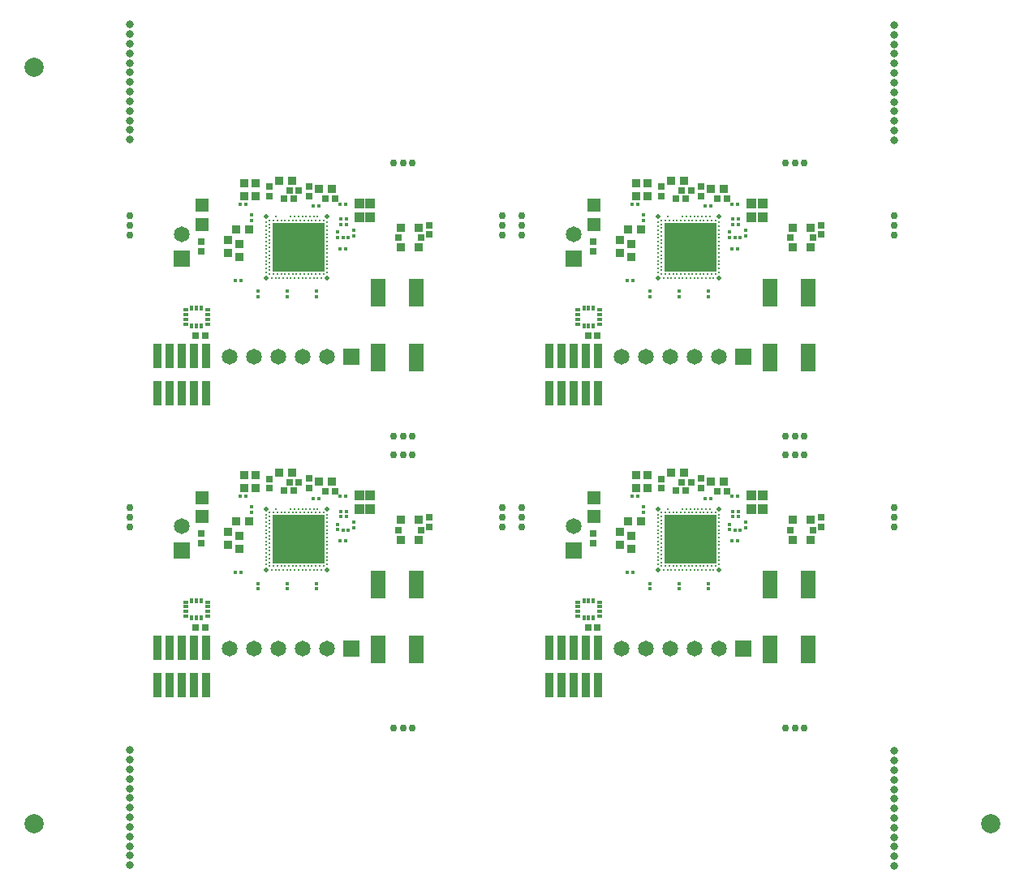
<source format=gts>
G04*
G04 #@! TF.GenerationSoftware,Altium Limited,Altium Designer,24.0.1 (36)*
G04*
G04 Layer_Color=8388736*
%FSLAX24Y24*%
%MOIN*%
G70*
G04*
G04 #@! TF.SameCoordinates,9228D32E-8527-4A6C-AAF6-1CDB9724A3A0*
G04*
G04*
G04 #@! TF.FilePolarity,Negative*
G04*
G01*
G75*
%ADD47C,0.0197*%
%ADD55C,0.0787*%
%ADD56R,0.0359X0.1005*%
%ADD57R,0.0158X0.0247*%
%ADD58R,0.0247X0.0158*%
%ADD59R,0.0572X0.0532*%
%ADD60R,0.0296X0.0257*%
%ADD61R,0.0288X0.0257*%
%ADD62R,0.0375X0.0355*%
%ADD63R,0.0257X0.0296*%
%ADD64R,0.0611X0.1143*%
%ADD65R,0.0256X0.0276*%
%ADD66R,0.0166X0.0178*%
%ADD67R,0.0395X0.0434*%
%ADD68C,0.0128*%
%ADD69R,0.0178X0.0166*%
%ADD70R,0.0157X0.0146*%
%ADD71R,0.0375X0.0355*%
%ADD72R,0.0355X0.0375*%
%ADD73R,0.2165X0.2008*%
%ADD74C,0.0316*%
%ADD75C,0.0296*%
%ADD76R,0.0651X0.0651*%
%ADD77C,0.0651*%
%ADD78R,0.0651X0.0651*%
D47*
X11496Y14921D02*
D03*
Y12402D02*
D03*
X14016D02*
D03*
Y14921D02*
D03*
X27598D02*
D03*
Y12402D02*
D03*
X30118D02*
D03*
Y14921D02*
D03*
X11496Y26929D02*
D03*
Y24409D02*
D03*
X14016D02*
D03*
Y26929D02*
D03*
X27598D02*
D03*
Y24409D02*
D03*
X30118D02*
D03*
Y26929D02*
D03*
D55*
X1969Y33071D02*
D03*
X41260Y1969D02*
D03*
X1969D02*
D03*
D56*
X7031Y9193D02*
D03*
X7531D02*
D03*
X8031D02*
D03*
X8532D02*
D03*
X9032D02*
D03*
X7031Y7657D02*
D03*
X7531D02*
D03*
X8031D02*
D03*
X8532D02*
D03*
X9032D02*
D03*
X23134Y9193D02*
D03*
X23634D02*
D03*
X24134D02*
D03*
X24634D02*
D03*
X25134D02*
D03*
X23134Y7657D02*
D03*
X23634D02*
D03*
X24134D02*
D03*
X24634D02*
D03*
X25134D02*
D03*
X7031Y21201D02*
D03*
X7531D02*
D03*
X8031D02*
D03*
X8532D02*
D03*
X9032D02*
D03*
X7031Y19665D02*
D03*
X7531D02*
D03*
X8031D02*
D03*
X8532D02*
D03*
X9032D02*
D03*
X23134Y21201D02*
D03*
X23634D02*
D03*
X24134D02*
D03*
X24634D02*
D03*
X25134D02*
D03*
X23134Y19665D02*
D03*
X23634D02*
D03*
X24134D02*
D03*
X24634D02*
D03*
X25134D02*
D03*
D57*
X8455Y11152D02*
D03*
X8652D02*
D03*
X8848D02*
D03*
Y10433D02*
D03*
X8652D02*
D03*
X8455D02*
D03*
X24557Y11152D02*
D03*
X24754D02*
D03*
X24951D02*
D03*
Y10433D02*
D03*
X24754D02*
D03*
X24557D02*
D03*
X8455Y23159D02*
D03*
X8652D02*
D03*
X8848D02*
D03*
Y22441D02*
D03*
X8652D02*
D03*
X8455D02*
D03*
X24557Y23159D02*
D03*
X24754D02*
D03*
X24951D02*
D03*
Y22441D02*
D03*
X24754D02*
D03*
X24557D02*
D03*
D58*
X9109Y11088D02*
D03*
Y10891D02*
D03*
Y10694D02*
D03*
Y10497D02*
D03*
X8194D02*
D03*
Y10694D02*
D03*
Y10891D02*
D03*
Y11088D02*
D03*
X25212D02*
D03*
Y10891D02*
D03*
Y10694D02*
D03*
Y10497D02*
D03*
X24296D02*
D03*
Y10694D02*
D03*
Y10891D02*
D03*
Y11088D02*
D03*
X9109Y23095D02*
D03*
Y22899D02*
D03*
Y22702D02*
D03*
Y22505D02*
D03*
X8194D02*
D03*
Y22702D02*
D03*
Y22899D02*
D03*
Y23095D02*
D03*
X25212D02*
D03*
Y22899D02*
D03*
Y22702D02*
D03*
Y22505D02*
D03*
X24296D02*
D03*
Y22702D02*
D03*
Y22899D02*
D03*
Y23095D02*
D03*
D59*
X8868Y14596D02*
D03*
Y15384D02*
D03*
X24970Y14596D02*
D03*
Y15384D02*
D03*
X8868Y26604D02*
D03*
Y27392D02*
D03*
X24970Y26604D02*
D03*
Y27392D02*
D03*
D60*
X9016Y10039D02*
D03*
X8622D02*
D03*
X12854Y16006D02*
D03*
X12461D02*
D03*
X12638Y15671D02*
D03*
X12244D02*
D03*
X14341Y15650D02*
D03*
X13947D02*
D03*
X25118Y10039D02*
D03*
X24724D02*
D03*
X28957Y16006D02*
D03*
X28563D02*
D03*
X28740Y15671D02*
D03*
X28346D02*
D03*
X30443Y15650D02*
D03*
X30049D02*
D03*
X9016Y22047D02*
D03*
X8622D02*
D03*
X12854Y28014D02*
D03*
X12461D02*
D03*
X12638Y27679D02*
D03*
X12244D02*
D03*
X14341Y27657D02*
D03*
X13947D02*
D03*
X25118Y22047D02*
D03*
X24724D02*
D03*
X28957Y28014D02*
D03*
X28563D02*
D03*
X28740Y27679D02*
D03*
X28346D02*
D03*
X30443Y27657D02*
D03*
X30049D02*
D03*
D61*
X17858Y14055D02*
D03*
X16945D02*
D03*
X33961D02*
D03*
X33047D02*
D03*
X17858Y26063D02*
D03*
X16945D02*
D03*
X33961D02*
D03*
X33047D02*
D03*
D62*
X17776Y13652D02*
D03*
Y14459D02*
D03*
X17028D02*
D03*
Y13652D02*
D03*
X33878D02*
D03*
Y14459D02*
D03*
X33130D02*
D03*
Y13652D02*
D03*
X17776Y25659D02*
D03*
Y26467D02*
D03*
X17028D02*
D03*
Y25659D02*
D03*
X33878D02*
D03*
Y26467D02*
D03*
X33130D02*
D03*
Y25659D02*
D03*
D63*
X18199Y14183D02*
D03*
Y14577D02*
D03*
X11634Y16152D02*
D03*
Y15758D02*
D03*
X13258Y16171D02*
D03*
Y15778D02*
D03*
X34301Y14183D02*
D03*
Y14577D02*
D03*
X27736Y16152D02*
D03*
Y15758D02*
D03*
X29360Y16171D02*
D03*
Y15778D02*
D03*
X18199Y26191D02*
D03*
Y26585D02*
D03*
X11634Y28159D02*
D03*
Y27766D02*
D03*
X13258Y28179D02*
D03*
Y27785D02*
D03*
X34301Y26191D02*
D03*
Y26585D02*
D03*
X27736Y28159D02*
D03*
Y27766D02*
D03*
X29360Y28179D02*
D03*
Y27785D02*
D03*
D64*
X17677Y11801D02*
D03*
X16102D02*
D03*
X17677Y9144D02*
D03*
X16102D02*
D03*
X33780Y11801D02*
D03*
X32205D02*
D03*
X33780Y9144D02*
D03*
X32205D02*
D03*
X17677Y23809D02*
D03*
X16102D02*
D03*
X17677Y21152D02*
D03*
X16102D02*
D03*
X33780Y23809D02*
D03*
X32205D02*
D03*
X33780Y21152D02*
D03*
X32205D02*
D03*
D65*
X8848Y13898D02*
D03*
Y13504D02*
D03*
X24951Y13898D02*
D03*
Y13504D02*
D03*
X8848Y25906D02*
D03*
Y25512D02*
D03*
X24951Y25906D02*
D03*
Y25512D02*
D03*
D66*
X10663Y15443D02*
D03*
X10439D02*
D03*
X14661Y14055D02*
D03*
X14886D02*
D03*
X14758Y13612D02*
D03*
X14533D02*
D03*
X10252Y12293D02*
D03*
X10476D02*
D03*
X13663Y15354D02*
D03*
X13439D02*
D03*
X14778Y15423D02*
D03*
X14553D02*
D03*
X26766Y15443D02*
D03*
X26541D02*
D03*
X30764Y14055D02*
D03*
X30988D02*
D03*
X30860Y13612D02*
D03*
X30636D02*
D03*
X26354Y12293D02*
D03*
X26579D02*
D03*
X29765Y15354D02*
D03*
X29541D02*
D03*
X30880Y15423D02*
D03*
X30656D02*
D03*
X10663Y27451D02*
D03*
X10439D02*
D03*
X14661Y26063D02*
D03*
X14886D02*
D03*
X14758Y25620D02*
D03*
X14533D02*
D03*
X10252Y24301D02*
D03*
X10476D02*
D03*
X13663Y27362D02*
D03*
X13439D02*
D03*
X14778Y27431D02*
D03*
X14553D02*
D03*
X26766Y27451D02*
D03*
X26541D02*
D03*
X30764Y26063D02*
D03*
X30988D02*
D03*
X30860Y25620D02*
D03*
X30636D02*
D03*
X26354Y24301D02*
D03*
X26579D02*
D03*
X29765Y27362D02*
D03*
X29541D02*
D03*
X30880Y27431D02*
D03*
X30656D02*
D03*
D67*
X15787Y15464D02*
D03*
X15335Y14893D02*
D03*
X15787D02*
D03*
X15335Y15464D02*
D03*
X31890D02*
D03*
X31437Y14893D02*
D03*
X31890D02*
D03*
X31437Y15464D02*
D03*
X15787Y27472D02*
D03*
X15335Y26901D02*
D03*
X15787D02*
D03*
X15335Y27472D02*
D03*
X31890D02*
D03*
X31437Y26901D02*
D03*
X31890D02*
D03*
X31437Y27472D02*
D03*
D68*
X11811Y14764D02*
D03*
X11654D02*
D03*
X11496Y13898D02*
D03*
Y13740D02*
D03*
Y13425D02*
D03*
Y13268D02*
D03*
X11654Y13504D02*
D03*
Y13346D02*
D03*
Y13189D02*
D03*
Y13032D02*
D03*
Y12717D02*
D03*
X11496Y12638D02*
D03*
X11654Y12559D02*
D03*
X11811D02*
D03*
X11968D02*
D03*
X11890Y12402D02*
D03*
X12126Y12559D02*
D03*
X12283D02*
D03*
X12205Y12402D02*
D03*
X12441Y12559D02*
D03*
X12598D02*
D03*
X12520Y12402D02*
D03*
X12756Y12559D02*
D03*
X12677Y12402D02*
D03*
X12913Y12559D02*
D03*
X13071D02*
D03*
X13622Y12402D02*
D03*
X13701Y12559D02*
D03*
X13780Y12402D02*
D03*
X13858Y12559D02*
D03*
X14016Y12953D02*
D03*
Y13583D02*
D03*
X13386Y14764D02*
D03*
X13228D02*
D03*
X11654Y13976D02*
D03*
Y13819D02*
D03*
X11496Y12953D02*
D03*
X11654Y12874D02*
D03*
X12992Y12402D02*
D03*
X13228Y12559D02*
D03*
X13150Y12402D02*
D03*
X13386Y12559D02*
D03*
X13307Y12402D02*
D03*
X13543Y12559D02*
D03*
X14016Y13740D02*
D03*
X13071Y14764D02*
D03*
X12913D02*
D03*
X12835Y14921D02*
D03*
X12756Y14764D02*
D03*
X12598D02*
D03*
X14016Y13425D02*
D03*
Y13268D02*
D03*
Y14685D02*
D03*
X13858Y14764D02*
D03*
X13622Y14921D02*
D03*
X13465Y12402D02*
D03*
X12835D02*
D03*
X12362D02*
D03*
X12047D02*
D03*
X11732D02*
D03*
X11496Y12795D02*
D03*
X14016Y13110D02*
D03*
X11496D02*
D03*
Y13583D02*
D03*
X11654Y13661D02*
D03*
X14016Y13898D02*
D03*
Y14055D02*
D03*
X11496D02*
D03*
X11654Y14134D02*
D03*
X14016Y14213D02*
D03*
X11496D02*
D03*
X11654Y14291D02*
D03*
X14016Y14370D02*
D03*
X11496D02*
D03*
X11654Y14449D02*
D03*
X14016Y14528D02*
D03*
X11496D02*
D03*
X11654Y14606D02*
D03*
X11496Y14685D02*
D03*
X12441Y14764D02*
D03*
X12283D02*
D03*
X12126D02*
D03*
X11968D02*
D03*
X13465Y14921D02*
D03*
X13307D02*
D03*
X13150D02*
D03*
X12992D02*
D03*
X12677D02*
D03*
X12520D02*
D03*
X11890D02*
D03*
X13543Y14764D02*
D03*
X13701D02*
D03*
X14016Y12795D02*
D03*
Y12638D02*
D03*
X27913Y14764D02*
D03*
X27756D02*
D03*
X27598Y13898D02*
D03*
Y13740D02*
D03*
Y13425D02*
D03*
Y13268D02*
D03*
X27756Y13504D02*
D03*
Y13346D02*
D03*
Y13189D02*
D03*
Y13032D02*
D03*
Y12717D02*
D03*
X27598Y12638D02*
D03*
X27756Y12559D02*
D03*
X27913D02*
D03*
X28071D02*
D03*
X27992Y12402D02*
D03*
X28228Y12559D02*
D03*
X28386D02*
D03*
X28307Y12402D02*
D03*
X28543Y12559D02*
D03*
X28701D02*
D03*
X28622Y12402D02*
D03*
X28858Y12559D02*
D03*
X28780Y12402D02*
D03*
X29016Y12559D02*
D03*
X29173D02*
D03*
X29724Y12402D02*
D03*
X29803Y12559D02*
D03*
X29882Y12402D02*
D03*
X29961Y12559D02*
D03*
X30118Y12953D02*
D03*
Y13583D02*
D03*
X29488Y14764D02*
D03*
X29331D02*
D03*
X27756Y13976D02*
D03*
Y13819D02*
D03*
X27598Y12953D02*
D03*
X27756Y12874D02*
D03*
X29094Y12402D02*
D03*
X29331Y12559D02*
D03*
X29252Y12402D02*
D03*
X29488Y12559D02*
D03*
X29409Y12402D02*
D03*
X29646Y12559D02*
D03*
X30118Y13740D02*
D03*
X29173Y14764D02*
D03*
X29016D02*
D03*
X28937Y14921D02*
D03*
X28858Y14764D02*
D03*
X28701D02*
D03*
X30118Y13425D02*
D03*
Y13268D02*
D03*
Y14685D02*
D03*
X29961Y14764D02*
D03*
X29724Y14921D02*
D03*
X29567Y12402D02*
D03*
X28937D02*
D03*
X28465D02*
D03*
X28150D02*
D03*
X27835D02*
D03*
X27598Y12795D02*
D03*
X30118Y13110D02*
D03*
X27598D02*
D03*
Y13583D02*
D03*
X27756Y13661D02*
D03*
X30118Y13898D02*
D03*
Y14055D02*
D03*
X27598D02*
D03*
X27756Y14134D02*
D03*
X30118Y14213D02*
D03*
X27598D02*
D03*
X27756Y14291D02*
D03*
X30118Y14370D02*
D03*
X27598D02*
D03*
X27756Y14449D02*
D03*
X30118Y14528D02*
D03*
X27598D02*
D03*
X27756Y14606D02*
D03*
X27598Y14685D02*
D03*
X28543Y14764D02*
D03*
X28386D02*
D03*
X28228D02*
D03*
X28071D02*
D03*
X29567Y14921D02*
D03*
X29409D02*
D03*
X29252D02*
D03*
X29094D02*
D03*
X28780D02*
D03*
X28622D02*
D03*
X27992D02*
D03*
X29646Y14764D02*
D03*
X29803D02*
D03*
X30118Y12795D02*
D03*
Y12638D02*
D03*
X11811Y26772D02*
D03*
X11654D02*
D03*
X11496Y25906D02*
D03*
Y25748D02*
D03*
Y25433D02*
D03*
Y25276D02*
D03*
X11654Y25512D02*
D03*
Y25354D02*
D03*
Y25197D02*
D03*
Y25039D02*
D03*
Y24724D02*
D03*
X11496Y24646D02*
D03*
X11654Y24567D02*
D03*
X11811D02*
D03*
X11968D02*
D03*
X11890Y24409D02*
D03*
X12126Y24567D02*
D03*
X12283D02*
D03*
X12205Y24409D02*
D03*
X12441Y24567D02*
D03*
X12598D02*
D03*
X12520Y24409D02*
D03*
X12756Y24567D02*
D03*
X12677Y24409D02*
D03*
X12913Y24567D02*
D03*
X13071D02*
D03*
X13622Y24409D02*
D03*
X13701Y24567D02*
D03*
X13780Y24409D02*
D03*
X13858Y24567D02*
D03*
X14016Y24961D02*
D03*
Y25591D02*
D03*
X13386Y26772D02*
D03*
X13228D02*
D03*
X11654Y25984D02*
D03*
Y25827D02*
D03*
X11496Y24961D02*
D03*
X11654Y24882D02*
D03*
X12992Y24409D02*
D03*
X13228Y24567D02*
D03*
X13150Y24409D02*
D03*
X13386Y24567D02*
D03*
X13307Y24409D02*
D03*
X13543Y24567D02*
D03*
X14016Y25748D02*
D03*
X13071Y26772D02*
D03*
X12913D02*
D03*
X12835Y26929D02*
D03*
X12756Y26772D02*
D03*
X12598D02*
D03*
X14016Y25433D02*
D03*
Y25276D02*
D03*
Y26693D02*
D03*
X13858Y26772D02*
D03*
X13622Y26929D02*
D03*
X13465Y24409D02*
D03*
X12835D02*
D03*
X12362D02*
D03*
X12047D02*
D03*
X11732D02*
D03*
X11496Y24803D02*
D03*
X14016Y25118D02*
D03*
X11496D02*
D03*
Y25591D02*
D03*
X11654Y25669D02*
D03*
X14016Y25906D02*
D03*
Y26063D02*
D03*
X11496D02*
D03*
X11654Y26142D02*
D03*
X14016Y26220D02*
D03*
X11496D02*
D03*
X11654Y26299D02*
D03*
X14016Y26378D02*
D03*
X11496D02*
D03*
X11654Y26457D02*
D03*
X14016Y26535D02*
D03*
X11496D02*
D03*
X11654Y26614D02*
D03*
X11496Y26693D02*
D03*
X12441Y26772D02*
D03*
X12283D02*
D03*
X12126D02*
D03*
X11968D02*
D03*
X13465Y26929D02*
D03*
X13307D02*
D03*
X13150D02*
D03*
X12992D02*
D03*
X12677D02*
D03*
X12520D02*
D03*
X11890D02*
D03*
X13543Y26772D02*
D03*
X13701D02*
D03*
X14016Y24803D02*
D03*
Y24646D02*
D03*
X27913Y26772D02*
D03*
X27756D02*
D03*
X27598Y25906D02*
D03*
Y25748D02*
D03*
Y25433D02*
D03*
Y25276D02*
D03*
X27756Y25512D02*
D03*
Y25354D02*
D03*
Y25197D02*
D03*
Y25039D02*
D03*
Y24724D02*
D03*
X27598Y24646D02*
D03*
X27756Y24567D02*
D03*
X27913D02*
D03*
X28071D02*
D03*
X27992Y24409D02*
D03*
X28228Y24567D02*
D03*
X28386D02*
D03*
X28307Y24409D02*
D03*
X28543Y24567D02*
D03*
X28701D02*
D03*
X28622Y24409D02*
D03*
X28858Y24567D02*
D03*
X28780Y24409D02*
D03*
X29016Y24567D02*
D03*
X29173D02*
D03*
X29724Y24409D02*
D03*
X29803Y24567D02*
D03*
X29882Y24409D02*
D03*
X29961Y24567D02*
D03*
X30118Y24961D02*
D03*
Y25591D02*
D03*
X29488Y26772D02*
D03*
X29331D02*
D03*
X27756Y25984D02*
D03*
Y25827D02*
D03*
X27598Y24961D02*
D03*
X27756Y24882D02*
D03*
X29094Y24409D02*
D03*
X29331Y24567D02*
D03*
X29252Y24409D02*
D03*
X29488Y24567D02*
D03*
X29409Y24409D02*
D03*
X29646Y24567D02*
D03*
X30118Y25748D02*
D03*
X29173Y26772D02*
D03*
X29016D02*
D03*
X28937Y26929D02*
D03*
X28858Y26772D02*
D03*
X28701D02*
D03*
X30118Y25433D02*
D03*
Y25276D02*
D03*
Y26693D02*
D03*
X29961Y26772D02*
D03*
X29724Y26929D02*
D03*
X29567Y24409D02*
D03*
X28937D02*
D03*
X28465D02*
D03*
X28150D02*
D03*
X27835D02*
D03*
X27598Y24803D02*
D03*
X30118Y25118D02*
D03*
X27598D02*
D03*
Y25591D02*
D03*
X27756Y25669D02*
D03*
X30118Y25906D02*
D03*
Y26063D02*
D03*
X27598D02*
D03*
X27756Y26142D02*
D03*
X30118Y26220D02*
D03*
X27598D02*
D03*
X27756Y26299D02*
D03*
X30118Y26378D02*
D03*
X27598D02*
D03*
X27756Y26457D02*
D03*
X30118Y26535D02*
D03*
X27598D02*
D03*
X27756Y26614D02*
D03*
X27598Y26693D02*
D03*
X28543Y26772D02*
D03*
X28386D02*
D03*
X28228D02*
D03*
X28071D02*
D03*
X29567Y26929D02*
D03*
X29409D02*
D03*
X29252D02*
D03*
X29094D02*
D03*
X28780D02*
D03*
X28622D02*
D03*
X27992D02*
D03*
X29646Y26772D02*
D03*
X29803D02*
D03*
X30118Y24803D02*
D03*
Y24646D02*
D03*
D69*
X13563Y11630D02*
D03*
Y11854D02*
D03*
X12383D02*
D03*
Y11630D02*
D03*
X11171D02*
D03*
Y11854D02*
D03*
X14803Y14817D02*
D03*
Y14593D02*
D03*
X10906Y14994D02*
D03*
Y14770D02*
D03*
X14587Y14593D02*
D03*
Y14817D02*
D03*
X14449Y14061D02*
D03*
Y14285D02*
D03*
X29665Y11630D02*
D03*
Y11854D02*
D03*
X28485D02*
D03*
Y11630D02*
D03*
X27273D02*
D03*
Y11854D02*
D03*
X30906Y14817D02*
D03*
Y14593D02*
D03*
X27008Y14994D02*
D03*
Y14770D02*
D03*
X30689Y14593D02*
D03*
Y14817D02*
D03*
X30551Y14061D02*
D03*
Y14285D02*
D03*
X13563Y23638D02*
D03*
Y23862D02*
D03*
X12383D02*
D03*
Y23638D02*
D03*
X11171D02*
D03*
Y23862D02*
D03*
X14803Y26825D02*
D03*
Y26600D02*
D03*
X10906Y27002D02*
D03*
Y26778D02*
D03*
X14587Y26600D02*
D03*
Y26825D02*
D03*
X14449Y26069D02*
D03*
Y26293D02*
D03*
X29665Y23638D02*
D03*
Y23862D02*
D03*
X28485D02*
D03*
Y23638D02*
D03*
X27273D02*
D03*
Y23862D02*
D03*
X30906Y26825D02*
D03*
Y26600D02*
D03*
X27008Y27002D02*
D03*
Y26778D02*
D03*
X30689Y26600D02*
D03*
Y26825D02*
D03*
X30551Y26069D02*
D03*
Y26293D02*
D03*
D70*
X15108Y14140D02*
D03*
Y14364D02*
D03*
X31211Y14140D02*
D03*
Y14364D02*
D03*
X15108Y26148D02*
D03*
Y26372D02*
D03*
X31211Y26148D02*
D03*
Y26372D02*
D03*
D71*
X10394Y13268D02*
D03*
Y13799D02*
D03*
X11063Y16311D02*
D03*
Y15780D02*
D03*
X9931Y13425D02*
D03*
Y13957D02*
D03*
X10620Y15780D02*
D03*
Y16311D02*
D03*
X26496Y13268D02*
D03*
Y13799D02*
D03*
X27165Y16311D02*
D03*
Y15780D02*
D03*
X26033Y13425D02*
D03*
Y13957D02*
D03*
X26722Y15780D02*
D03*
Y16311D02*
D03*
X10394Y25276D02*
D03*
Y25807D02*
D03*
X11063Y28319D02*
D03*
Y27787D02*
D03*
X9931Y25433D02*
D03*
Y25965D02*
D03*
X10620Y27787D02*
D03*
Y28319D02*
D03*
X26496Y25276D02*
D03*
Y25807D02*
D03*
X27165Y28319D02*
D03*
Y27787D02*
D03*
X26033Y25433D02*
D03*
Y25965D02*
D03*
X26722Y27787D02*
D03*
Y28319D02*
D03*
D72*
X14193Y16053D02*
D03*
X13661D02*
D03*
X12037Y16407D02*
D03*
X12569D02*
D03*
X10817Y14409D02*
D03*
X10285D02*
D03*
X30295Y16053D02*
D03*
X29764D02*
D03*
X28140Y16407D02*
D03*
X28671D02*
D03*
X26919Y14409D02*
D03*
X26388D02*
D03*
X14193Y28061D02*
D03*
X13661D02*
D03*
X12037Y28415D02*
D03*
X12569D02*
D03*
X10817Y26417D02*
D03*
X10285D02*
D03*
X30295Y28061D02*
D03*
X29764D02*
D03*
X28140Y28415D02*
D03*
X28671D02*
D03*
X26919Y26417D02*
D03*
X26388D02*
D03*
D73*
X12835Y13661D02*
D03*
X28937D02*
D03*
X12835Y25669D02*
D03*
X28937D02*
D03*
D74*
X37323Y4961D02*
D03*
Y4173D02*
D03*
Y4567D02*
D03*
Y630D02*
D03*
Y1024D02*
D03*
Y1417D02*
D03*
Y2205D02*
D03*
Y1811D02*
D03*
Y2992D02*
D03*
Y2598D02*
D03*
Y3780D02*
D03*
Y3386D02*
D03*
Y236D02*
D03*
Y30079D02*
D03*
Y30866D02*
D03*
Y30472D02*
D03*
Y34409D02*
D03*
Y34016D02*
D03*
Y33622D02*
D03*
Y32835D02*
D03*
Y33228D02*
D03*
Y32047D02*
D03*
Y32441D02*
D03*
Y31260D02*
D03*
Y31654D02*
D03*
Y34803D02*
D03*
X5906Y34825D02*
D03*
Y31675D02*
D03*
Y31282D02*
D03*
Y32463D02*
D03*
Y32069D02*
D03*
Y33250D02*
D03*
Y32856D02*
D03*
Y33644D02*
D03*
Y34037D02*
D03*
Y34431D02*
D03*
Y30494D02*
D03*
Y30888D02*
D03*
Y30100D02*
D03*
Y4990D02*
D03*
Y4203D02*
D03*
Y4596D02*
D03*
Y659D02*
D03*
Y1053D02*
D03*
Y1447D02*
D03*
Y2234D02*
D03*
Y1840D02*
D03*
Y3022D02*
D03*
Y2628D02*
D03*
Y3809D02*
D03*
Y3415D02*
D03*
Y266D02*
D03*
D75*
X17520Y5906D02*
D03*
X17126D02*
D03*
X16732D02*
D03*
X5906Y14173D02*
D03*
Y14567D02*
D03*
Y14961D02*
D03*
X21220Y14173D02*
D03*
Y14567D02*
D03*
Y14961D02*
D03*
X17520Y17126D02*
D03*
X17126D02*
D03*
X16732D02*
D03*
X33622Y5906D02*
D03*
X33228D02*
D03*
X32835D02*
D03*
X22008Y14173D02*
D03*
Y14567D02*
D03*
Y14961D02*
D03*
X37323Y14173D02*
D03*
Y14567D02*
D03*
Y14961D02*
D03*
X33622Y17126D02*
D03*
X33228D02*
D03*
X32835D02*
D03*
X17520Y17913D02*
D03*
X17126D02*
D03*
X16732D02*
D03*
X5906Y26181D02*
D03*
Y26575D02*
D03*
Y26969D02*
D03*
X21220Y26181D02*
D03*
Y26575D02*
D03*
Y26969D02*
D03*
X17520Y29134D02*
D03*
X17126D02*
D03*
X16732D02*
D03*
X33622Y17913D02*
D03*
X33228D02*
D03*
X32835D02*
D03*
X22008Y26181D02*
D03*
Y26575D02*
D03*
Y26969D02*
D03*
X37323Y26181D02*
D03*
Y26575D02*
D03*
Y26969D02*
D03*
X33622Y29134D02*
D03*
X33228D02*
D03*
X32835D02*
D03*
D76*
X8041Y13213D02*
D03*
X24144D02*
D03*
X8041Y25220D02*
D03*
X24144D02*
D03*
D77*
X8041Y14213D02*
D03*
X14000Y9173D02*
D03*
X13000D02*
D03*
X12000D02*
D03*
X11000D02*
D03*
X10000D02*
D03*
X24144Y14213D02*
D03*
X30102Y9173D02*
D03*
X29102D02*
D03*
X28102D02*
D03*
X27102D02*
D03*
X26102D02*
D03*
X8041Y26220D02*
D03*
X14000Y21181D02*
D03*
X13000D02*
D03*
X12000D02*
D03*
X11000D02*
D03*
X10000D02*
D03*
X24144Y26220D02*
D03*
X30102Y21181D02*
D03*
X29102D02*
D03*
X28102D02*
D03*
X27102D02*
D03*
X26102D02*
D03*
D78*
X15000Y9173D02*
D03*
X31102D02*
D03*
X15000Y21181D02*
D03*
X31102D02*
D03*
M02*

</source>
